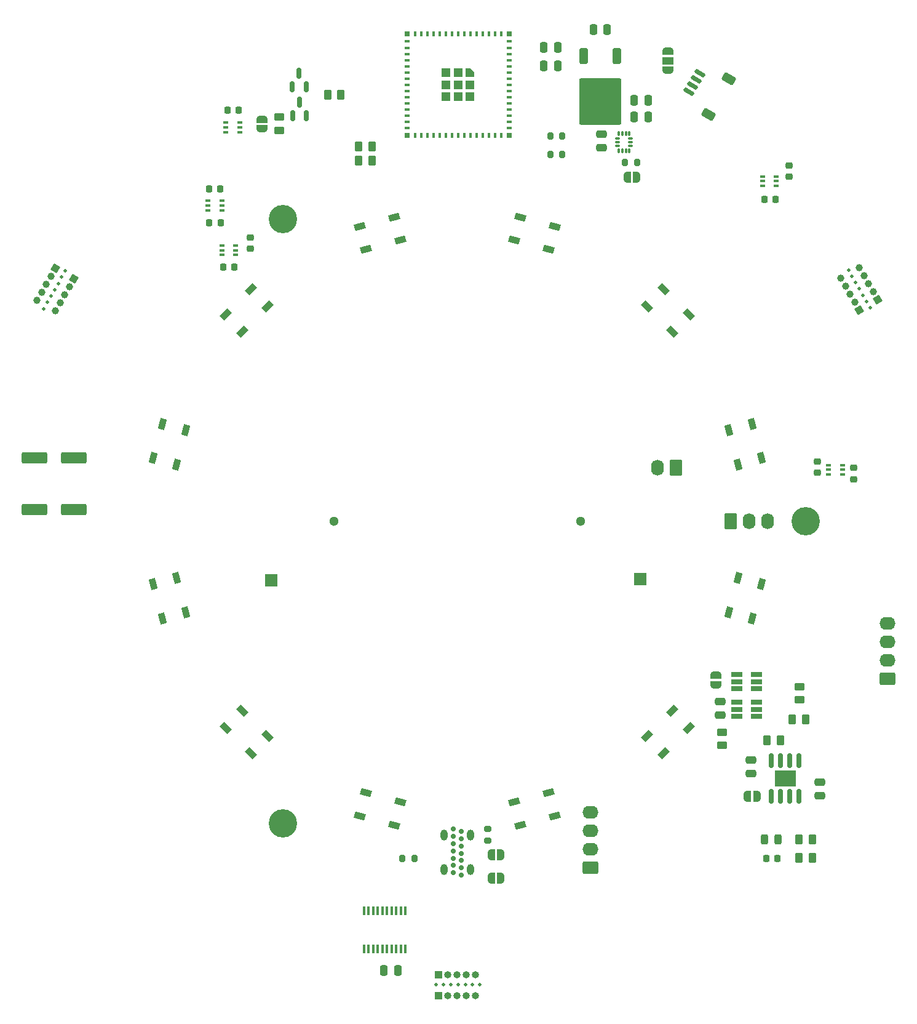
<source format=gbs>
G04 #@! TF.GenerationSoftware,KiCad,Pcbnew,7.0.1-3b83917a11~171~ubuntu22.04.1*
G04 #@! TF.CreationDate,2023-04-05T15:14:01-07:00*
G04 #@! TF.ProjectId,dancing_forest,64616e63-696e-4675-9f66-6f726573742e,rev?*
G04 #@! TF.SameCoordinates,Original*
G04 #@! TF.FileFunction,Soldermask,Bot*
G04 #@! TF.FilePolarity,Negative*
%FSLAX46Y46*%
G04 Gerber Fmt 4.6, Leading zero omitted, Abs format (unit mm)*
G04 Created by KiCad (PCBNEW 7.0.1-3b83917a11~171~ubuntu22.04.1) date 2023-04-05 15:14:01*
%MOMM*%
%LPD*%
G01*
G04 APERTURE LIST*
G04 Aperture macros list*
%AMRoundRect*
0 Rectangle with rounded corners*
0 $1 Rounding radius*
0 $2 $3 $4 $5 $6 $7 $8 $9 X,Y pos of 4 corners*
0 Add a 4 corners polygon primitive as box body*
4,1,4,$2,$3,$4,$5,$6,$7,$8,$9,$2,$3,0*
0 Add four circle primitives for the rounded corners*
1,1,$1+$1,$2,$3*
1,1,$1+$1,$4,$5*
1,1,$1+$1,$6,$7*
1,1,$1+$1,$8,$9*
0 Add four rect primitives between the rounded corners*
20,1,$1+$1,$2,$3,$4,$5,0*
20,1,$1+$1,$4,$5,$6,$7,0*
20,1,$1+$1,$6,$7,$8,$9,0*
20,1,$1+$1,$8,$9,$2,$3,0*%
%AMHorizOval*
0 Thick line with rounded ends*
0 $1 width*
0 $2 $3 position (X,Y) of the first rounded end (center of the circle)*
0 $4 $5 position (X,Y) of the second rounded end (center of the circle)*
0 Add line between two ends*
20,1,$1,$2,$3,$4,$5,0*
0 Add two circle primitives to create the rounded ends*
1,1,$1,$2,$3*
1,1,$1,$4,$5*%
%AMRotRect*
0 Rectangle, with rotation*
0 The origin of the aperture is its center*
0 $1 length*
0 $2 width*
0 $3 Rotation angle, in degrees counterclockwise*
0 Add horizontal line*
21,1,$1,$2,0,0,$3*%
%AMFreePoly0*
4,1,19,0.500000,-0.750000,0.000000,-0.750000,0.000000,-0.744911,-0.071157,-0.744911,-0.207708,-0.704816,-0.327430,-0.627875,-0.420627,-0.520320,-0.479746,-0.390866,-0.500000,-0.250000,-0.500000,0.250000,-0.479746,0.390866,-0.420627,0.520320,-0.327430,0.627875,-0.207708,0.704816,-0.071157,0.744911,0.000000,0.744911,0.000000,0.750000,0.500000,0.750000,0.500000,-0.750000,0.500000,-0.750000,
$1*%
%AMFreePoly1*
4,1,19,0.000000,0.744911,0.071157,0.744911,0.207708,0.704816,0.327430,0.627875,0.420627,0.520320,0.479746,0.390866,0.500000,0.250000,0.500000,-0.250000,0.479746,-0.390866,0.420627,-0.520320,0.327430,-0.627875,0.207708,-0.704816,0.071157,-0.744911,0.000000,-0.744911,0.000000,-0.750000,-0.500000,-0.750000,-0.500000,0.750000,0.000000,0.750000,0.000000,0.744911,0.000000,0.744911,
$1*%
%AMFreePoly2*
4,1,6,0.600000,-0.600000,0.000000,-0.600000,-0.600000,0.000000,-0.600000,0.600000,0.600000,0.600000,0.600000,-0.600000,0.600000,-0.600000,$1*%
%AMFreePoly3*
4,1,19,0.550000,-0.750000,0.000000,-0.750000,0.000000,-0.744911,-0.071157,-0.744911,-0.207708,-0.704816,-0.327430,-0.627875,-0.420627,-0.520320,-0.479746,-0.390866,-0.500000,-0.250000,-0.500000,0.250000,-0.479746,0.390866,-0.420627,0.520320,-0.327430,0.627875,-0.207708,0.704816,-0.071157,0.744911,0.000000,0.744911,0.000000,0.750000,0.550000,0.750000,0.550000,-0.750000,0.550000,-0.750000,
$1*%
%AMFreePoly4*
4,1,19,0.000000,0.744911,0.071157,0.744911,0.207708,0.704816,0.327430,0.627875,0.420627,0.520320,0.479746,0.390866,0.500000,0.250000,0.500000,-0.250000,0.479746,-0.390866,0.420627,-0.520320,0.327430,-0.627875,0.207708,-0.704816,0.071157,-0.744911,0.000000,-0.744911,0.000000,-0.750000,-0.550000,-0.750000,-0.550000,0.750000,0.000000,0.750000,0.000000,0.744911,0.000000,0.744911,
$1*%
G04 Aperture macros list end*
%ADD10C,1.300000*%
%ADD11FreePoly0,0.000000*%
%ADD12FreePoly1,0.000000*%
%ADD13RotRect,1.000000X1.000000X210.000000*%
%ADD14HorizOval,1.000000X0.000000X0.000000X0.000000X0.000000X0*%
%ADD15C,3.900000*%
%ADD16R,1.000000X1.000000*%
%ADD17O,1.000000X1.000000*%
%ADD18C,0.500000*%
%ADD19RotRect,1.000000X1.000000X330.000000*%
%ADD20HorizOval,1.000000X0.000000X0.000000X0.000000X0.000000X0*%
%ADD21C,0.700000*%
%ADD22O,1.000000X1.500000*%
%ADD23FreePoly0,90.000000*%
%ADD24FreePoly1,90.000000*%
%ADD25RotRect,1.500000X0.900000X45.000000*%
%ADD26RoundRect,0.250000X-0.262500X-0.450000X0.262500X-0.450000X0.262500X0.450000X-0.262500X0.450000X0*%
%ADD27RoundRect,0.218750X0.218750X0.256250X-0.218750X0.256250X-0.218750X-0.256250X0.218750X-0.256250X0*%
%ADD28RoundRect,0.250000X-0.450000X0.262500X-0.450000X-0.262500X0.450000X-0.262500X0.450000X0.262500X0*%
%ADD29RoundRect,0.225000X0.250000X-0.225000X0.250000X0.225000X-0.250000X0.225000X-0.250000X-0.225000X0*%
%ADD30RoundRect,0.200000X0.275000X-0.200000X0.275000X0.200000X-0.275000X0.200000X-0.275000X-0.200000X0*%
%ADD31RoundRect,0.150000X-0.466266X0.442404X-0.616266X0.182596X0.466266X-0.442404X0.616266X-0.182596X0*%
%ADD32RoundRect,0.250000X-0.387917X0.628109X-0.737917X0.021891X0.387917X-0.628109X0.737917X-0.021891X0*%
%ADD33RotRect,1.500000X0.900000X315.000000*%
%ADD34RotRect,1.500000X0.900000X285.000000*%
%ADD35RoundRect,0.250000X-0.620000X-0.845000X0.620000X-0.845000X0.620000X0.845000X-0.620000X0.845000X0*%
%ADD36O,1.740000X2.190000*%
%ADD37RotRect,1.500000X0.900000X105.000000*%
%ADD38RoundRect,0.250000X1.500000X0.550000X-1.500000X0.550000X-1.500000X-0.550000X1.500000X-0.550000X0*%
%ADD39RoundRect,0.200000X-0.200000X-0.275000X0.200000X-0.275000X0.200000X0.275000X-0.200000X0.275000X0*%
%ADD40RoundRect,0.250000X0.262500X0.450000X-0.262500X0.450000X-0.262500X-0.450000X0.262500X-0.450000X0*%
%ADD41RoundRect,0.225000X0.225000X0.250000X-0.225000X0.250000X-0.225000X-0.250000X0.225000X-0.250000X0*%
%ADD42RotRect,1.500000X0.900000X135.000000*%
%ADD43RoundRect,0.250000X0.450000X-0.262500X0.450000X0.262500X-0.450000X0.262500X-0.450000X-0.262500X0*%
%ADD44RotRect,1.500000X0.900000X75.000000*%
%ADD45RoundRect,0.250000X0.475000X-0.250000X0.475000X0.250000X-0.475000X0.250000X-0.475000X-0.250000X0*%
%ADD46R,0.650000X0.400000*%
%ADD47R,0.400000X1.200000*%
%ADD48RoundRect,0.250000X0.250000X0.475000X-0.250000X0.475000X-0.250000X-0.475000X0.250000X-0.475000X0*%
%ADD49RoundRect,0.225000X-0.250000X0.225000X-0.250000X-0.225000X0.250000X-0.225000X0.250000X0.225000X0*%
%ADD50RoundRect,0.200000X0.200000X0.275000X-0.200000X0.275000X-0.200000X-0.275000X0.200000X-0.275000X0*%
%ADD51RoundRect,0.250000X0.845000X-0.620000X0.845000X0.620000X-0.845000X0.620000X-0.845000X-0.620000X0*%
%ADD52O,2.190000X1.740000*%
%ADD53RoundRect,0.087500X0.087500X-0.225000X0.087500X0.225000X-0.087500X0.225000X-0.087500X-0.225000X0*%
%ADD54RoundRect,0.087500X0.225000X-0.087500X0.225000X0.087500X-0.225000X0.087500X-0.225000X-0.087500X0*%
%ADD55R,0.800000X0.400000*%
%ADD56R,0.400000X0.800000*%
%ADD57R,1.200000X1.200000*%
%ADD58FreePoly2,180.000000*%
%ADD59R,0.800000X0.800000*%
%ADD60RotRect,1.500000X0.900000X255.000000*%
%ADD61R,1.700000X1.700000*%
%ADD62R,1.560000X0.650000*%
%ADD63RoundRect,0.250000X-0.475000X0.250000X-0.475000X-0.250000X0.475000X-0.250000X0.475000X0.250000X0*%
%ADD64RoundRect,0.250000X-0.250000X-0.475000X0.250000X-0.475000X0.250000X0.475000X-0.250000X0.475000X0*%
%ADD65RoundRect,0.150000X0.150000X-0.587500X0.150000X0.587500X-0.150000X0.587500X-0.150000X-0.587500X0*%
%ADD66RotRect,1.500000X0.900000X225.000000*%
%ADD67RoundRect,0.250000X0.620000X0.845000X-0.620000X0.845000X-0.620000X-0.845000X0.620000X-0.845000X0*%
%ADD68RotRect,1.500000X0.900000X345.000000*%
%ADD69RotRect,1.500000X0.900000X165.000000*%
%ADD70RoundRect,0.243750X0.243750X0.456250X-0.243750X0.456250X-0.243750X-0.456250X0.243750X-0.456250X0*%
%ADD71RoundRect,0.225000X-0.225000X-0.250000X0.225000X-0.250000X0.225000X0.250000X-0.225000X0.250000X0*%
%ADD72RoundRect,0.250000X-0.350000X0.850000X-0.350000X-0.850000X0.350000X-0.850000X0.350000X0.850000X0*%
%ADD73RoundRect,0.249997X-2.650003X2.950003X-2.650003X-2.950003X2.650003X-2.950003X2.650003X2.950003X0*%
%ADD74RotRect,1.500000X0.900000X195.000000*%
%ADD75FreePoly3,270.000000*%
%ADD76R,1.500000X1.000000*%
%ADD77FreePoly4,270.000000*%
%ADD78RotRect,1.500000X0.900000X15.000000*%
%ADD79RoundRect,0.150000X-0.150000X0.825000X-0.150000X-0.825000X0.150000X-0.825000X0.150000X0.825000X0*%
%ADD80R,3.000000X2.290000*%
G04 APERTURE END LIST*
D10*
X183000000Y-200000000D03*
X217000000Y-200000000D03*
D11*
X204675000Y-249125000D03*
D12*
X205975000Y-249125000D03*
D11*
X204675000Y-245875000D03*
D12*
X205975000Y-245875000D03*
D13*
X257875000Y-169500000D03*
D14*
X257240000Y-168400148D03*
X256605000Y-167300295D03*
X255970000Y-166200443D03*
X255335000Y-165100591D03*
D15*
X176000000Y-241569000D03*
D16*
X197375000Y-262375000D03*
D17*
X198645000Y-262375000D03*
X199915000Y-262375000D03*
X201185000Y-262375000D03*
X202455000Y-262375000D03*
D15*
X248000000Y-200000000D03*
D18*
X256850000Y-170633013D03*
X256350000Y-169766987D03*
X255850000Y-168900962D03*
X255350000Y-168034936D03*
X254850000Y-167168911D03*
X254350000Y-166302886D03*
X253850000Y-165436860D03*
D19*
X147225000Y-166675000D03*
D20*
X146590000Y-167774852D03*
X145955000Y-168874705D03*
X145320000Y-169974557D03*
X144685000Y-171074409D03*
D19*
X144675000Y-165200000D03*
D20*
X144040000Y-166299852D03*
X143405000Y-167399705D03*
X142770000Y-168499557D03*
X142135000Y-169599409D03*
D15*
X176000000Y-158431000D03*
D13*
X255325000Y-170975000D03*
D14*
X254690000Y-169875148D03*
X254055000Y-168775295D03*
X253420000Y-167675443D03*
X252785000Y-166575591D03*
D21*
X199420000Y-248370000D03*
X199420000Y-247370000D03*
X199420000Y-246370000D03*
X199420000Y-245370000D03*
X199420000Y-244370000D03*
X199420000Y-243370000D03*
X199420000Y-242370000D03*
X200580000Y-242690000D03*
X200580000Y-243690000D03*
X200580000Y-244690000D03*
X200580000Y-245690000D03*
X200580000Y-246690000D03*
X200580000Y-247690000D03*
X200580000Y-248690000D03*
D22*
X198170000Y-243160000D03*
X198170000Y-247900000D03*
X201830000Y-243160000D03*
X201830000Y-247900000D03*
D18*
X146050000Y-165566987D03*
X145550000Y-166433013D03*
X145050000Y-167299038D03*
X144550000Y-168165064D03*
X144050000Y-169031089D03*
X143550000Y-169897114D03*
X143050000Y-170763140D03*
X197100000Y-263800000D03*
X198100000Y-263800000D03*
X199100000Y-263800000D03*
X200100000Y-263800000D03*
X201100000Y-263800000D03*
X202100000Y-263800000D03*
X203100000Y-263800000D03*
D16*
X197375000Y-265325000D03*
D17*
X198645000Y-265325000D03*
X199915000Y-265325000D03*
X201185000Y-265325000D03*
X202455000Y-265325000D03*
D23*
X173125000Y-146002620D03*
D24*
X173125000Y-144702620D03*
D25*
X228425693Y-231890516D03*
X226092240Y-229557063D03*
X229557063Y-226092240D03*
X231890516Y-228425693D03*
D26*
X186444880Y-150425000D03*
X188269880Y-150425000D03*
D27*
X244080120Y-246435000D03*
X242505120Y-246435000D03*
D28*
X175525000Y-144414880D03*
X175525000Y-146239880D03*
D29*
X254595000Y-194217620D03*
X254595000Y-192667620D03*
D30*
X204215000Y-243957620D03*
X204215000Y-242307620D03*
D31*
X233372949Y-138348342D03*
X232872949Y-139214367D03*
X232372949Y-140080393D03*
X231872949Y-140946418D03*
D32*
X237378798Y-139160009D03*
X234578798Y-144009751D03*
D33*
X168109484Y-228425693D03*
X170442937Y-226092240D03*
X173907760Y-229557063D03*
X171574307Y-231890516D03*
D34*
X158169157Y-208672114D03*
X161356712Y-207818011D03*
X162624925Y-212551048D03*
X159437370Y-213405151D03*
D35*
X237650000Y-200000000D03*
D36*
X240190000Y-200000000D03*
X242730000Y-200000000D03*
D37*
X241830843Y-191327886D03*
X238643288Y-192181989D03*
X237375075Y-187448952D03*
X240562630Y-186594849D03*
D38*
X147202620Y-198425000D03*
X141802620Y-198425000D03*
D39*
X192442380Y-246425000D03*
X194092380Y-246425000D03*
D40*
X244485120Y-230175000D03*
X242660120Y-230175000D03*
D41*
X167370000Y-154325000D03*
X165820000Y-154325000D03*
D11*
X223397380Y-152675000D03*
D12*
X224697380Y-152675000D03*
D42*
X231890516Y-171574307D03*
X229557063Y-173907760D03*
X226092240Y-170442937D03*
X228425693Y-168109484D03*
D43*
X247125000Y-224585120D03*
X247125000Y-222760120D03*
D44*
X240562630Y-213405151D03*
X237375075Y-212551048D03*
X238643288Y-207818011D03*
X241830843Y-208672114D03*
D45*
X249895000Y-237802620D03*
X249895000Y-235902620D03*
D46*
X251107380Y-193575000D03*
X251107380Y-192925000D03*
X251107380Y-192275000D03*
X253007380Y-192275000D03*
X253007380Y-192925000D03*
X253007380Y-193575000D03*
D47*
X192882500Y-258842620D03*
X192247500Y-258842620D03*
X191612500Y-258842620D03*
X190977500Y-258842620D03*
X190342500Y-258842620D03*
X189707500Y-258842620D03*
X189072500Y-258842620D03*
X188437500Y-258842620D03*
X187802500Y-258842620D03*
X187167500Y-258842620D03*
X187167500Y-253642620D03*
X187802500Y-253642620D03*
X188437500Y-253642620D03*
X189072500Y-253642620D03*
X189707500Y-253642620D03*
X190342500Y-253642620D03*
X190977500Y-253642620D03*
X191612500Y-253642620D03*
X192247500Y-253642620D03*
X192882500Y-253642620D03*
D48*
X220652620Y-132355000D03*
X218752620Y-132355000D03*
D49*
X171495000Y-160960000D03*
X171495000Y-162510000D03*
D50*
X214442380Y-149555000D03*
X212792380Y-149555000D03*
D51*
X218365000Y-247667380D03*
D52*
X218365000Y-245127380D03*
X218365000Y-242587380D03*
X218365000Y-240047380D03*
D53*
X223695000Y-149005120D03*
X223195000Y-149005120D03*
X222695000Y-149005120D03*
X222195000Y-149005120D03*
D54*
X222032500Y-148342620D03*
X222032500Y-147842620D03*
X222032500Y-147342620D03*
D53*
X222195000Y-146680120D03*
X222695000Y-146680120D03*
X223195000Y-146680120D03*
X223695000Y-146680120D03*
D54*
X223857500Y-147342620D03*
X223857500Y-147842620D03*
X223857500Y-148342620D03*
D55*
X207110000Y-134010000D03*
X207110000Y-134860000D03*
X207110000Y-135710000D03*
X207110000Y-136560000D03*
X207110000Y-137410000D03*
X207110000Y-138260000D03*
X207110000Y-139110000D03*
X207110000Y-139960000D03*
X207110000Y-140810000D03*
X207110000Y-141660000D03*
X207110000Y-142510000D03*
X207110000Y-143360000D03*
X207110000Y-144210000D03*
X207110000Y-145060000D03*
X207110000Y-145910000D03*
D56*
X206060000Y-146960000D03*
X205210000Y-146960000D03*
X204360000Y-146960000D03*
X203510000Y-146960000D03*
X202660000Y-146960000D03*
X201810000Y-146960000D03*
X200960000Y-146960000D03*
X200110000Y-146960000D03*
X199260000Y-146960000D03*
X198410000Y-146960000D03*
X197560000Y-146960000D03*
X196710000Y-146960000D03*
X195860000Y-146960000D03*
X195010000Y-146960000D03*
X194160000Y-146960000D03*
D55*
X193110000Y-145910000D03*
X193110000Y-145060000D03*
X193110000Y-144210000D03*
X193110000Y-143360000D03*
X193110000Y-142510000D03*
X193110000Y-141660000D03*
X193110000Y-140810000D03*
X193110000Y-139960000D03*
X193110000Y-139110000D03*
X193110000Y-138260000D03*
X193110000Y-137410000D03*
X193110000Y-136560000D03*
X193110000Y-135710000D03*
X193110000Y-134860000D03*
X193110000Y-134010000D03*
D56*
X194160000Y-132960000D03*
X195010000Y-132960000D03*
X195860000Y-132960000D03*
X196710000Y-132960000D03*
X197560000Y-132960000D03*
X198410000Y-132960000D03*
X199260000Y-132960000D03*
X200110000Y-132960000D03*
X200960000Y-132960000D03*
X201810000Y-132960000D03*
X202660000Y-132960000D03*
X203510000Y-132960000D03*
X204360000Y-132960000D03*
X205210000Y-132960000D03*
X206060000Y-132960000D03*
D57*
X201760000Y-141610000D03*
X201760000Y-139960000D03*
D58*
X201760000Y-138310000D03*
D57*
X200110000Y-141610000D03*
X200110000Y-139960000D03*
X200110000Y-138310000D03*
X198460000Y-141610000D03*
X198460000Y-139960000D03*
X198460000Y-138310000D03*
D59*
X207110000Y-132960000D03*
X207110000Y-146960000D03*
X193110000Y-146960000D03*
X193110000Y-132960000D03*
D46*
X167592620Y-155925000D03*
X167592620Y-156575000D03*
X167592620Y-157225000D03*
X165692620Y-157225000D03*
X165692620Y-156575000D03*
X165692620Y-155925000D03*
D48*
X191802620Y-261805000D03*
X189902620Y-261805000D03*
D60*
X159437370Y-186594849D03*
X162624925Y-187448952D03*
X161356712Y-192181989D03*
X158169157Y-191327886D03*
D61*
X225152620Y-207925000D03*
D39*
X223092380Y-150635000D03*
X224742380Y-150635000D03*
D49*
X245695000Y-151040000D03*
X245695000Y-152590000D03*
D62*
X238447380Y-223025000D03*
X238447380Y-222075000D03*
X238447380Y-221125000D03*
X241147380Y-221125000D03*
X241147380Y-222075000D03*
X241147380Y-223025000D03*
D63*
X219865000Y-146747380D03*
X219865000Y-148647380D03*
D46*
X169492620Y-162075000D03*
X169492620Y-162725000D03*
X169492620Y-163375000D03*
X167592620Y-163375000D03*
X167592620Y-162725000D03*
X167592620Y-162075000D03*
D48*
X213802620Y-137325000D03*
X211902620Y-137325000D03*
X213802620Y-134815000D03*
X211902620Y-134815000D03*
D64*
X224347380Y-144385000D03*
X226247380Y-144385000D03*
D29*
X249605000Y-193330000D03*
X249605000Y-191780000D03*
D64*
X224347380Y-142125000D03*
X226247380Y-142125000D03*
D65*
X179225000Y-144220120D03*
X177325000Y-144220120D03*
X178275000Y-142345120D03*
D26*
X247060120Y-246325000D03*
X248885120Y-246325000D03*
D39*
X212792380Y-147045000D03*
X214442380Y-147045000D03*
D45*
X236215000Y-226702620D03*
X236215000Y-224802620D03*
D26*
X247060120Y-243775000D03*
X248885120Y-243775000D03*
D38*
X147202620Y-191275000D03*
X141802620Y-191275000D03*
D66*
X171574307Y-168109484D03*
X173907760Y-170442937D03*
X170442937Y-173907760D03*
X168109484Y-171574307D03*
D26*
X182164880Y-141325000D03*
X183989880Y-141325000D03*
D67*
X230105000Y-192655000D03*
D36*
X227565000Y-192655000D03*
D46*
X168157380Y-146475000D03*
X168157380Y-145825000D03*
X168157380Y-145175000D03*
X170057380Y-145175000D03*
X170057380Y-145825000D03*
X170057380Y-146475000D03*
D68*
X186594849Y-240562630D03*
X187448952Y-237375075D03*
X192181989Y-238643288D03*
X191327886Y-241830843D03*
D45*
X240455000Y-234752620D03*
X240455000Y-232852620D03*
D69*
X213405151Y-159437370D03*
X212551048Y-162624925D03*
X207818011Y-161356712D03*
X208672114Y-158169157D03*
D70*
X244180120Y-243820000D03*
X242305120Y-243820000D03*
D71*
X165867620Y-158935000D03*
X167417620Y-158935000D03*
X167782380Y-165025000D03*
X169332380Y-165025000D03*
D11*
X239947380Y-237875000D03*
D12*
X241247380Y-237875000D03*
D71*
X168332380Y-143435000D03*
X169882380Y-143435000D03*
D40*
X247935120Y-227275000D03*
X246110120Y-227275000D03*
D43*
X236425000Y-230835120D03*
X236425000Y-229010120D03*
D72*
X217415000Y-135997380D03*
D73*
X219695000Y-142297380D03*
D72*
X221975000Y-135997380D03*
D74*
X191327886Y-158169157D03*
X192181989Y-161356712D03*
X187448952Y-162624925D03*
X186594849Y-159437370D03*
D61*
X174352620Y-208175000D03*
D62*
X241152620Y-224925000D03*
X241152620Y-225875000D03*
X241152620Y-226825000D03*
X238452620Y-226825000D03*
X238452620Y-225875000D03*
X238452620Y-224925000D03*
D71*
X242282380Y-155705000D03*
X243832380Y-155705000D03*
D65*
X179175000Y-140220120D03*
X177275000Y-140220120D03*
X178225000Y-138345120D03*
D51*
X259230000Y-221670000D03*
D52*
X259230000Y-219130000D03*
X259230000Y-216590000D03*
X259230000Y-214050000D03*
D75*
X229025000Y-135357380D03*
D76*
X229025000Y-136657380D03*
D77*
X229025000Y-137957380D03*
D78*
X208672114Y-241830843D03*
X207818011Y-238643288D03*
X212551048Y-237375075D03*
X213405151Y-240562630D03*
D79*
X243220000Y-232932380D03*
X244490000Y-232932380D03*
X245760000Y-232932380D03*
X247030000Y-232932380D03*
X247030000Y-237882380D03*
X245760000Y-237882380D03*
X244490000Y-237882380D03*
X243220000Y-237882380D03*
D80*
X245125000Y-235407380D03*
D40*
X188269880Y-148475000D03*
X186444880Y-148475000D03*
D46*
X243892620Y-152575000D03*
X243892620Y-153225000D03*
X243892620Y-153875000D03*
X241992620Y-153875000D03*
X241992620Y-153225000D03*
X241992620Y-152575000D03*
D23*
X235625000Y-222502620D03*
D24*
X235625000Y-221202620D03*
M02*

</source>
